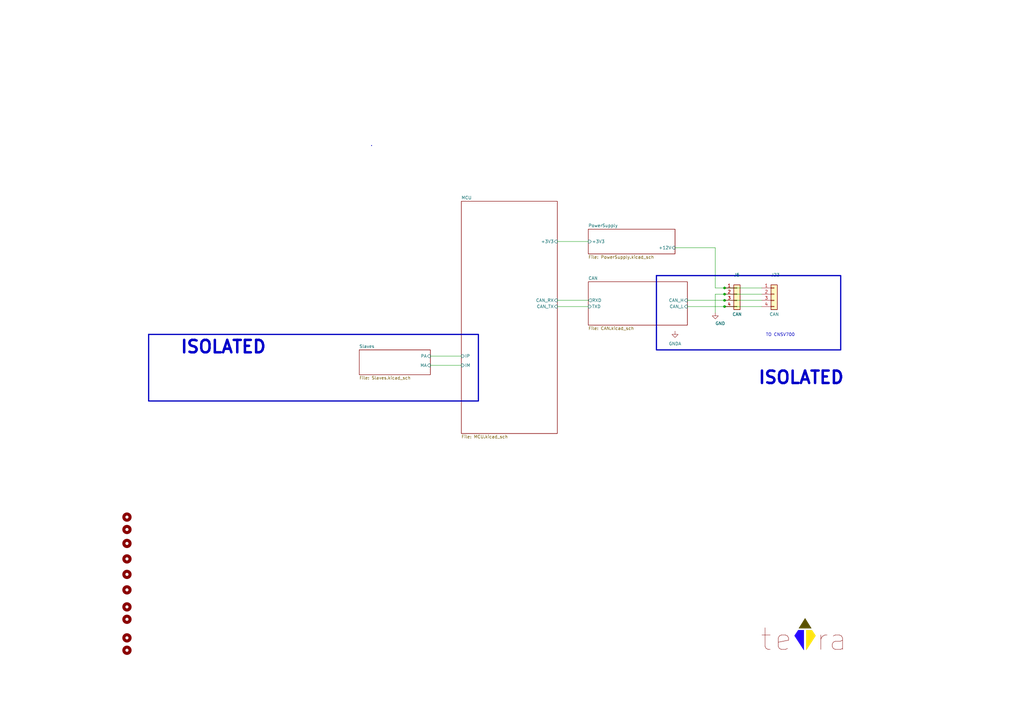
<source format=kicad_sch>
(kicad_sch
	(version 20231120)
	(generator "eeschema")
	(generator_version "8.0")
	(uuid "6a86ff6f-b159-4c4c-8a40-e732cc82e010")
	(paper "A3")
	(title_block
		(title "BMS-Master")
		(date "2024-07-23")
		(rev "V2")
		(company "teTra")
	)
	(lib_symbols
		(symbol "Connector_Generic:Conn_01x04"
			(pin_names
				(offset 1.016) hide)
			(exclude_from_sim no)
			(in_bom yes)
			(on_board yes)
			(property "Reference" "J"
				(at 0 5.08 0)
				(effects
					(font
						(size 1.27 1.27)
					)
				)
			)
			(property "Value" "Conn_01x04"
				(at 0 -7.62 0)
				(effects
					(font
						(size 1.27 1.27)
					)
				)
			)
			(property "Footprint" ""
				(at 0 0 0)
				(effects
					(font
						(size 1.27 1.27)
					)
					(hide yes)
				)
			)
			(property "Datasheet" "~"
				(at 0 0 0)
				(effects
					(font
						(size 1.27 1.27)
					)
					(hide yes)
				)
			)
			(property "Description" "Generic connector, single row, 01x04, script generated (kicad-library-utils/schlib/autogen/connector/)"
				(at 0 0 0)
				(effects
					(font
						(size 1.27 1.27)
					)
					(hide yes)
				)
			)
			(property "ki_keywords" "connector"
				(at 0 0 0)
				(effects
					(font
						(size 1.27 1.27)
					)
					(hide yes)
				)
			)
			(property "ki_fp_filters" "Connector*:*_1x??_*"
				(at 0 0 0)
				(effects
					(font
						(size 1.27 1.27)
					)
					(hide yes)
				)
			)
			(symbol "Conn_01x04_1_1"
				(rectangle
					(start -1.27 -4.953)
					(end 0 -5.207)
					(stroke
						(width 0.1524)
						(type default)
					)
					(fill
						(type none)
					)
				)
				(rectangle
					(start -1.27 -2.413)
					(end 0 -2.667)
					(stroke
						(width 0.1524)
						(type default)
					)
					(fill
						(type none)
					)
				)
				(rectangle
					(start -1.27 0.127)
					(end 0 -0.127)
					(stroke
						(width 0.1524)
						(type default)
					)
					(fill
						(type none)
					)
				)
				(rectangle
					(start -1.27 2.667)
					(end 0 2.413)
					(stroke
						(width 0.1524)
						(type default)
					)
					(fill
						(type none)
					)
				)
				(rectangle
					(start -1.27 3.81)
					(end 1.27 -6.35)
					(stroke
						(width 0.254)
						(type default)
					)
					(fill
						(type background)
					)
				)
				(pin passive line
					(at -5.08 2.54 0)
					(length 3.81)
					(name "Pin_1"
						(effects
							(font
								(size 1.27 1.27)
							)
						)
					)
					(number "1"
						(effects
							(font
								(size 1.27 1.27)
							)
						)
					)
				)
				(pin passive line
					(at -5.08 0 0)
					(length 3.81)
					(name "Pin_2"
						(effects
							(font
								(size 1.27 1.27)
							)
						)
					)
					(number "2"
						(effects
							(font
								(size 1.27 1.27)
							)
						)
					)
				)
				(pin passive line
					(at -5.08 -2.54 0)
					(length 3.81)
					(name "Pin_3"
						(effects
							(font
								(size 1.27 1.27)
							)
						)
					)
					(number "3"
						(effects
							(font
								(size 1.27 1.27)
							)
						)
					)
				)
				(pin passive line
					(at -5.08 -5.08 0)
					(length 3.81)
					(name "Pin_4"
						(effects
							(font
								(size 1.27 1.27)
							)
						)
					)
					(number "4"
						(effects
							(font
								(size 1.27 1.27)
							)
						)
					)
				)
			)
		)
		(symbol "Library:GND"
			(power)
			(pin_names
				(offset 0)
			)
			(exclude_from_sim no)
			(in_bom yes)
			(on_board yes)
			(property "Reference" "#PWR"
				(at 0 -6.35 0)
				(effects
					(font
						(size 1.27 1.27)
					)
					(hide yes)
				)
			)
			(property "Value" "GND"
				(at 0 -3.81 0)
				(effects
					(font
						(size 1.27 1.27)
					)
				)
			)
			(property "Footprint" ""
				(at 0 0 0)
				(effects
					(font
						(size 1.27 1.27)
					)
					(hide yes)
				)
			)
			(property "Datasheet" ""
				(at 0 0 0)
				(effects
					(font
						(size 1.27 1.27)
					)
					(hide yes)
				)
			)
			(property "Description" "Power symbol creates a global label with name \"GND\" , ground"
				(at 0 0 0)
				(effects
					(font
						(size 1.27 1.27)
					)
					(hide yes)
				)
			)
			(property "ki_keywords" "global power"
				(at 0 0 0)
				(effects
					(font
						(size 1.27 1.27)
					)
					(hide yes)
				)
			)
			(symbol "GND_0_1"
				(polyline
					(pts
						(xy 0 0) (xy 0 -1.27) (xy 1.27 -1.27) (xy 0 -2.54) (xy -1.27 -1.27) (xy 0 -1.27)
					)
					(stroke
						(width 0)
						(type default)
					)
					(fill
						(type none)
					)
				)
			)
			(symbol "GND_1_1"
				(pin power_in line
					(at 0 0 270)
					(length 0) hide
					(name "GND"
						(effects
							(font
								(size 1.27 1.27)
							)
						)
					)
					(number "1"
						(effects
							(font
								(size 1.27 1.27)
							)
						)
					)
				)
			)
		)
		(symbol "Library:Logo_Tetra"
			(exclude_from_sim no)
			(in_bom yes)
			(on_board yes)
			(property "Reference" "U"
				(at -0.762 0 0)
				(effects
					(font
						(size 1.27 1.27)
					)
				)
			)
			(property "Value" ""
				(at -0.762 0 0)
				(effects
					(font
						(size 1.27 1.27)
					)
				)
			)
			(property "Footprint" ""
				(at -0.762 0 0)
				(effects
					(font
						(size 1.27 1.27)
					)
					(hide yes)
				)
			)
			(property "Datasheet" ""
				(at -0.762 0 0)
				(effects
					(font
						(size 1.27 1.27)
					)
					(hide yes)
				)
			)
			(property "Description" ""
				(at -0.762 0 0)
				(effects
					(font
						(size 1.27 1.27)
					)
					(hide yes)
				)
			)
			(symbol "Logo_Tetra_1_1"
				(polyline
					(pts
						(xy 0 7.366) (xy -2.54 3.302) (xy 2.54 3.302) (xy 0 7.366)
					)
					(stroke
						(width 0)
						(type default)
						(color 88 80 0 1)
					)
					(fill
						(type color)
						(color 88 80 0 1)
					)
				)
				(polyline
					(pts
						(xy -0.508 2.54) (xy -2.794 2.54) (xy -4.318 0.254) (xy -0.508 -5.588) (xy -0.508 2.54)
					)
					(stroke
						(width 0)
						(type default)
						(color 38 9 255 1)
					)
					(fill
						(type color)
						(color 38 9 255 1)
					)
				)
				(polyline
					(pts
						(xy 0.508 2.54) (xy 2.794 2.54) (xy 4.318 0.254) (xy 0.508 -5.588) (xy 0.508 2.54)
					)
					(stroke
						(width 0)
						(type default)
						(color 255 228 16 1)
					)
					(fill
						(type color)
						(color 255 228 16 1)
					)
				)
				(text "a"
					(at 13.462 -1.27 0)
					(effects
						(font
							(face "KiCad Font")
							(size 8.89 8.89)
						)
					)
				)
				(text "e"
					(at -8.89 -1.27 0)
					(effects
						(font
							(face "KiCad Font")
							(size 8.89 8.89)
						)
					)
				)
				(text "r"
					(at 7.112 -1.27 0)
					(effects
						(font
							(size 8.89 8.89)
						)
					)
				)
				(text "t"
					(at -16.002 -1.27 0)
					(effects
						(font
							(size 8.89 8.89)
						)
					)
				)
			)
		)
		(symbol "Mechanical:MountingHole"
			(pin_names
				(offset 1.016)
			)
			(exclude_from_sim yes)
			(in_bom no)
			(on_board yes)
			(property "Reference" "H"
				(at 0 5.08 0)
				(effects
					(font
						(size 1.27 1.27)
					)
				)
			)
			(property "Value" "MountingHole"
				(at 0 3.175 0)
				(effects
					(font
						(size 1.27 1.27)
					)
				)
			)
			(property "Footprint" ""
				(at 0 0 0)
				(effects
					(font
						(size 1.27 1.27)
					)
					(hide yes)
				)
			)
			(property "Datasheet" "~"
				(at 0 0 0)
				(effects
					(font
						(size 1.27 1.27)
					)
					(hide yes)
				)
			)
			(property "Description" "Mounting Hole without connection"
				(at 0 0 0)
				(effects
					(font
						(size 1.27 1.27)
					)
					(hide yes)
				)
			)
			(property "ki_keywords" "mounting hole"
				(at 0 0 0)
				(effects
					(font
						(size 1.27 1.27)
					)
					(hide yes)
				)
			)
			(property "ki_fp_filters" "MountingHole*"
				(at 0 0 0)
				(effects
					(font
						(size 1.27 1.27)
					)
					(hide yes)
				)
			)
			(symbol "MountingHole_0_1"
				(circle
					(center 0 0)
					(radius 1.27)
					(stroke
						(width 1.27)
						(type default)
					)
					(fill
						(type none)
					)
				)
			)
		)
		(symbol "power:GNDA"
			(power)
			(pin_numbers hide)
			(pin_names
				(offset 0) hide)
			(exclude_from_sim no)
			(in_bom yes)
			(on_board yes)
			(property "Reference" "#PWR"
				(at 0 -6.35 0)
				(effects
					(font
						(size 1.27 1.27)
					)
					(hide yes)
				)
			)
			(property "Value" "GNDA"
				(at 0 -3.81 0)
				(effects
					(font
						(size 1.27 1.27)
					)
				)
			)
			(property "Footprint" ""
				(at 0 0 0)
				(effects
					(font
						(size 1.27 1.27)
					)
					(hide yes)
				)
			)
			(property "Datasheet" ""
				(at 0 0 0)
				(effects
					(font
						(size 1.27 1.27)
					)
					(hide yes)
				)
			)
			(property "Description" "Power symbol creates a global label with name \"GNDA\" , analog ground"
				(at 0 0 0)
				(effects
					(font
						(size 1.27 1.27)
					)
					(hide yes)
				)
			)
			(property "ki_keywords" "global power"
				(at 0 0 0)
				(effects
					(font
						(size 1.27 1.27)
					)
					(hide yes)
				)
			)
			(symbol "GNDA_0_1"
				(polyline
					(pts
						(xy 0 0) (xy 0 -1.27) (xy 1.27 -1.27) (xy 0 -2.54) (xy -1.27 -1.27) (xy 0 -1.27)
					)
					(stroke
						(width 0)
						(type default)
					)
					(fill
						(type none)
					)
				)
			)
			(symbol "GNDA_1_1"
				(pin power_in line
					(at 0 0 270)
					(length 0)
					(name "~"
						(effects
							(font
								(size 1.27 1.27)
							)
						)
					)
					(number "1"
						(effects
							(font
								(size 1.27 1.27)
							)
						)
					)
				)
			)
		)
	)
	(junction
		(at 297.18 123.19)
		(diameter 0)
		(color 0 0 0 0)
		(uuid "1815a980-df43-4522-9f8e-be3d530b4127")
	)
	(junction
		(at 297.18 125.73)
		(diameter 0)
		(color 0 0 0 0)
		(uuid "52d635c3-4a6b-4e2d-b0ef-a95edab346d5")
	)
	(junction
		(at 297.18 120.65)
		(diameter 0)
		(color 0 0 0 0)
		(uuid "56e7cf6a-7807-4865-9ec6-754ab70b3a2c")
	)
	(junction
		(at 297.18 118.11)
		(diameter 0)
		(color 0 0 0 0)
		(uuid "ae9d0e56-3960-43ac-9a5e-7a82e4984649")
	)
	(wire
		(pts
			(xy 176.53 146.05) (xy 189.23 146.05)
		)
		(stroke
			(width 0)
			(type default)
		)
		(uuid "0d31769f-6a99-4532-aeea-d7f0647a7af1")
	)
	(wire
		(pts
			(xy 176.53 149.86) (xy 189.23 149.86)
		)
		(stroke
			(width 0)
			(type default)
		)
		(uuid "1e7f720d-d7bf-4d45-87d3-bc0484d30c54")
	)
	(wire
		(pts
			(xy 228.6 125.73) (xy 241.3 125.73)
		)
		(stroke
			(width 0)
			(type default)
		)
		(uuid "46e88a53-ed75-4660-bc1c-c2b95c9941ac")
	)
	(wire
		(pts
			(xy 281.94 125.73) (xy 297.18 125.73)
		)
		(stroke
			(width 0)
			(type default)
		)
		(uuid "5357218a-a4d2-45ba-bb22-1e1a8aa39d51")
	)
	(wire
		(pts
			(xy 228.6 99.06) (xy 241.3 99.06)
		)
		(stroke
			(width 0)
			(type default)
		)
		(uuid "564eaa5a-c668-48e7-8ea3-684b59fc4b93")
	)
	(wire
		(pts
			(xy 297.18 118.11) (xy 312.42 118.11)
		)
		(stroke
			(width 0)
			(type default)
		)
		(uuid "7693391c-8570-453f-90fd-fbba080dfdd6")
	)
	(wire
		(pts
			(xy 293.37 120.65) (xy 297.18 120.65)
		)
		(stroke
			(width 0)
			(type default)
		)
		(uuid "7b8c4b4e-138c-4a57-9063-721d806b9838")
	)
	(wire
		(pts
			(xy 293.37 120.65) (xy 293.37 128.27)
		)
		(stroke
			(width 0)
			(type default)
		)
		(uuid "927317a1-3d86-4cb3-b46e-d9aa69077681")
	)
	(wire
		(pts
			(xy 297.18 123.19) (xy 312.42 123.19)
		)
		(stroke
			(width 0)
			(type default)
		)
		(uuid "9a09f34e-baa1-4d23-8d74-ddbfb3df2c3a")
	)
	(wire
		(pts
			(xy 281.94 123.19) (xy 297.18 123.19)
		)
		(stroke
			(width 0)
			(type default)
		)
		(uuid "a818bd30-8138-4cda-908e-843677812338")
	)
	(wire
		(pts
			(xy 297.18 120.65) (xy 312.42 120.65)
		)
		(stroke
			(width 0)
			(type default)
		)
		(uuid "a87b788b-6eb7-4a4a-b899-96fbbc348285")
	)
	(wire
		(pts
			(xy 293.37 101.6) (xy 293.37 118.11)
		)
		(stroke
			(width 0)
			(type default)
		)
		(uuid "b47bf97d-1044-4315-ac3d-de5da6033f26")
	)
	(wire
		(pts
			(xy 228.6 123.19) (xy 241.3 123.19)
		)
		(stroke
			(width 0)
			(type default)
		)
		(uuid "bc7dd930-2602-4e2e-93c3-9599f2f9060b")
	)
	(wire
		(pts
			(xy 297.18 125.73) (xy 312.42 125.73)
		)
		(stroke
			(width 0)
			(type default)
		)
		(uuid "c2697cc7-6480-4188-8b86-f5dc49cd13f4")
	)
	(wire
		(pts
			(xy 293.37 118.11) (xy 297.18 118.11)
		)
		(stroke
			(width 0)
			(type default)
		)
		(uuid "e09bf15a-f50d-426b-a5c6-6863ee6f493c")
	)
	(wire
		(pts
			(xy 276.86 101.6) (xy 293.37 101.6)
		)
		(stroke
			(width 0)
			(type default)
		)
		(uuid "fba7112f-68fa-4dce-a705-0f77b8f0daa6")
	)
	(rectangle
		(start 152.4 59.69)
		(end 152.4 59.69)
		(stroke
			(width 0)
			(type default)
		)
		(fill
			(type none)
		)
		(uuid 16ed3026-92db-43e4-94ce-cb9942d539a9)
	)
	(rectangle
		(start 152.4 59.69)
		(end 152.4 59.69)
		(stroke
			(width 0)
			(type default)
		)
		(fill
			(type none)
		)
		(uuid 223aa8e8-e165-46dc-8004-d0f7a65ecba6)
	)
	(rectangle
		(start 152.4 59.69)
		(end 152.4 59.69)
		(stroke
			(width 0)
			(type default)
		)
		(fill
			(type none)
		)
		(uuid 2fcede93-9de7-495d-a723-2d73c73c7b6f)
	)
	(rectangle
		(start 152.4 59.69)
		(end 152.4 59.69)
		(stroke
			(width 0)
			(type default)
		)
		(fill
			(type none)
		)
		(uuid 5fbfa526-c30f-47f6-8144-7f30cec9d859)
	)
	(rectangle
		(start 152.4 59.69)
		(end 152.4 59.69)
		(stroke
			(width 0)
			(type default)
		)
		(fill
			(type none)
		)
		(uuid 6417f53f-a88b-4d4d-99b7-072470c6c0a0)
	)
	(rectangle
		(start 152.4 59.69)
		(end 152.4 59.69)
		(stroke
			(width 0)
			(type default)
		)
		(fill
			(type none)
		)
		(uuid 761ccd63-a067-48de-bb96-f182215cb15d)
	)
	(rectangle
		(start 152.4 59.69)
		(end 152.4 59.69)
		(stroke
			(width 0)
			(type default)
		)
		(fill
			(type none)
		)
		(uuid 7833effb-1ef3-4514-9423-6ce15b0e7601)
	)
	(rectangle
		(start 152.4 59.69)
		(end 152.4 59.69)
		(stroke
			(width 0)
			(type default)
		)
		(fill
			(type none)
		)
		(uuid 84c90483-45a3-4739-b73e-9c011eb5a6b3)
	)
	(rectangle
		(start 152.4 59.69)
		(end 152.4 59.69)
		(stroke
			(width 0)
			(type default)
		)
		(fill
			(type none)
		)
		(uuid a44f9e23-e56b-46ab-98e0-a509f1df9112)
	)
	(rectangle
		(start 152.4 59.69)
		(end 152.4 59.69)
		(stroke
			(width 0)
			(type default)
		)
		(fill
			(type none)
		)
		(uuid a6c3c0d5-36dd-4850-b1a5-9e9d33dbee96)
	)
	(rectangle
		(start 152.4 59.69)
		(end 152.4 59.69)
		(stroke
			(width 0)
			(type default)
		)
		(fill
			(type none)
		)
		(uuid cc05d2e2-b228-431e-bdc0-e0860c04d0cb)
	)
	(rectangle
		(start 269.24 113.03)
		(end 344.805 143.51)
		(stroke
			(width 0.5)
			(type default)
		)
		(fill
			(type none)
		)
		(uuid d1641d51-57d4-43f0-bc53-8f624be3d3a1)
	)
	(rectangle
		(start 152.4 59.69)
		(end 152.4 59.69)
		(stroke
			(width 0)
			(type default)
		)
		(fill
			(type none)
		)
		(uuid d8735071-f685-4511-9a51-ec1dbf78025d)
	)
	(rectangle
		(start 152.4 59.69)
		(end 152.4 59.69)
		(stroke
			(width 0)
			(type default)
		)
		(fill
			(type none)
		)
		(uuid ea6bb95e-e93f-4e24-b732-f58cac2dd5b5)
	)
	(rectangle
		(start 152.4 59.69)
		(end 152.4 59.69)
		(stroke
			(width 0)
			(type default)
		)
		(fill
			(type none)
		)
		(uuid ec13c14f-f372-47c6-8a1b-793204123c6b)
	)
	(rectangle
		(start 60.96 137.16)
		(end 196.215 164.465)
		(stroke
			(width 0.5)
			(type default)
		)
		(fill
			(type none)
		)
		(uuid ecd79333-2b26-4913-bd9c-63cb6b9965e8)
	)
	(rectangle
		(start 152.4 59.69)
		(end 152.4 59.69)
		(stroke
			(width 0)
			(type default)
		)
		(fill
			(type none)
		)
		(uuid ef661221-3ee0-456b-8605-67b88b2feaa8)
	)
	(rectangle
		(start 152.4 59.69)
		(end 152.4 59.69)
		(stroke
			(width 0)
			(type default)
		)
		(fill
			(type none)
		)
		(uuid fd9b1398-e4ca-40d7-b486-76ff1cab045d)
	)
	(text "ISOLATED"
		(exclude_from_sim no)
		(at 73.66 145.415 0)
		(effects
			(font
				(size 5.08 5.08)
				(thickness 1.016)
				(bold yes)
			)
			(justify left bottom)
		)
		(uuid "2f72da79-bdf8-4579-9ed1-a83544662245")
	)
	(text "TO CNSV700"
		(exclude_from_sim no)
		(at 320.04 137.414 0)
		(effects
			(font
				(size 1.27 1.27)
			)
		)
		(uuid "5180fe68-b87a-4be3-9dbe-8d12f762f071")
	)
	(text "ISOLATED"
		(exclude_from_sim no)
		(at 310.642 157.988 0)
		(effects
			(font
				(size 5.08 5.08)
				(thickness 1.016)
				(bold yes)
			)
			(justify left bottom)
		)
		(uuid "ad00bf51-f311-4529-b191-851f619e2a99")
	)
	(symbol
		(lib_id "Mechanical:MountingHole")
		(at 52.07 222.885 180)
		(unit 1)
		(exclude_from_sim yes)
		(in_bom no)
		(on_board yes)
		(dnp no)
		(uuid "14c9baf5-26bb-450a-95bd-8c9a4b49d6a4")
		(property "Reference" "J1"
			(at 54.1528 219.5068 0)
			(effects
				(font
					(size 1.27 1.27)
				)
				(hide yes)
			)
		)
		(property "Value" "Hole /NC"
			(at 54.1528 219.4814 0)
			(effects
				(font
					(size 1.27 1.27)
				)
				(hide yes)
			)
		)
		(property "Footprint" "MountingHole:MountingHole_3.2mm_M3_ISO7380"
			(at 52.07 222.885 0)
			(effects
				(font
					(size 1.27 1.27)
				)
				(hide yes)
			)
		)
		(property "Datasheet" "~"
			(at 52.07 222.885 0)
			(effects
				(font
					(size 1.27 1.27)
				)
				(hide yes)
			)
		)
		(property "Description" "Mounting Hole without connection"
			(at 52.07 222.885 0)
			(effects
				(font
					(size 1.27 1.27)
				)
				(hide yes)
			)
		)
		(property "MPN" "N/A"
			(at 52.07 222.885 0)
			(effects
				(font
					(size 1.27 1.27)
				)
				(hide yes)
			)
		)
		(instances
			(project "LTC6811_ESP32_V1p21"
				(path "/6a86ff6f-b159-4c4c-8a40-e732cc82e010"
					(reference "J1")
					(unit 1)
				)
			)
			(project "LTC6811"
				(path "/c4061cfa-a05d-44c7-ba89-bb211c8b143a"
					(reference "J?")
					(unit 1)
				)
			)
		)
	)
	(symbol
		(lib_id "Mechanical:MountingHole")
		(at 52.07 212.09 180)
		(unit 1)
		(exclude_from_sim yes)
		(in_bom no)
		(on_board yes)
		(dnp no)
		(uuid "222610d3-57f8-48bf-afea-174919c19641")
		(property "Reference" "J20"
			(at 54.1528 208.7118 0)
			(effects
				(font
					(size 1.27 1.27)
				)
				(hide yes)
			)
		)
		(property "Value" "Hole /NC"
			(at 54.1528 208.6864 0)
			(effects
				(font
					(size 1.27 1.27)
				)
				(hide yes)
			)
		)
		(property "Footprint" "MountingHole:MountingHole_3.2mm_M3_ISO7380"
			(at 52.07 212.09 0)
			(effects
				(font
					(size 1.27 1.27)
				)
				(hide yes)
			)
		)
		(property "Datasheet" "~"
			(at 52.07 212.09 0)
			(effects
				(font
					(size 1.27 1.27)
				)
				(hide yes)
			)
		)
		(property "Description" "Mounting Hole without connection"
			(at 52.07 212.09 0)
			(effects
				(font
					(size 1.27 1.27)
				)
				(hide yes)
			)
		)
		(property "MPN" "N/A"
			(at 52.07 212.09 0)
			(effects
				(font
					(size 1.27 1.27)
				)
				(hide yes)
			)
		)
		(instances
			(project "LTC6811_ESP32_V5"
				(path "/6a86ff6f-b159-4c4c-8a40-e732cc82e010"
					(reference "J20")
					(unit 1)
				)
			)
		)
	)
	(symbol
		(lib_id "Mechanical:MountingHole")
		(at 52.07 217.17 180)
		(unit 1)
		(exclude_from_sim yes)
		(in_bom no)
		(on_board yes)
		(dnp no)
		(uuid "38595ddf-3943-40f2-b2ee-affec50ace1d")
		(property "Reference" "J21"
			(at 54.1528 213.7918 0)
			(effects
				(font
					(size 1.27 1.27)
				)
				(hide yes)
			)
		)
		(property "Value" "Hole /NC"
			(at 54.1528 213.7664 0)
			(effects
				(font
					(size 1.27 1.27)
				)
				(hide yes)
			)
		)
		(property "Footprint" "MountingHole:MountingHole_3.2mm_M3_ISO7380"
			(at 52.07 217.17 0)
			(effects
				(font
					(size 1.27 1.27)
				)
				(hide yes)
			)
		)
		(property "Datasheet" "~"
			(at 52.07 217.17 0)
			(effects
				(font
					(size 1.27 1.27)
				)
				(hide yes)
			)
		)
		(property "Description" "Mounting Hole without connection"
			(at 52.07 217.17 0)
			(effects
				(font
					(size 1.27 1.27)
				)
				(hide yes)
			)
		)
		(property "MPN" "N/A"
			(at 52.07 217.17 0)
			(effects
				(font
					(size 1.27 1.27)
				)
				(hide yes)
			)
		)
		(instances
			(project "LTC6811_ESP32_V5"
				(path "/6a86ff6f-b159-4c4c-8a40-e732cc82e010"
					(reference "J21")
					(unit 1)
				)
			)
		)
	)
	(symbol
		(lib_id "Mechanical:MountingHole")
		(at 52.07 266.7 180)
		(unit 1)
		(exclude_from_sim yes)
		(in_bom no)
		(on_board yes)
		(dnp no)
		(uuid "44cb2aad-d60a-43af-b75f-67de6612ac71")
		(property "Reference" "J8"
			(at 54.1528 263.3218 0)
			(effects
				(font
					(size 1.27 1.27)
				)
				(hide yes)
			)
		)
		(property "Value" "Hole /NC"
			(at 54.1528 263.2964 0)
			(effects
				(font
					(size 1.27 1.27)
				)
				(hide yes)
			)
		)
		(property "Footprint" "MountingHole:MountingHole_3.2mm_M3_ISO7380"
			(at 52.07 266.7 0)
			(effects
				(font
					(size 1.27 1.27)
				)
				(hide yes)
			)
		)
		(property "Datasheet" "~"
			(at 52.07 266.7 0)
			(effects
				(font
					(size 1.27 1.27)
				)
				(hide yes)
			)
		)
		(property "Description" "Mounting Hole without connection"
			(at 52.07 266.7 0)
			(effects
				(font
					(size 1.27 1.27)
				)
				(hide yes)
			)
		)
		(property "MPN" "N/A"
			(at 52.07 266.7 0)
			(effects
				(font
					(size 1.27 1.27)
				)
				(hide yes)
			)
		)
		(instances
			(project "LTC6811_ESP32_V3"
				(path "/6a86ff6f-b159-4c4c-8a40-e732cc82e010"
					(reference "J8")
					(unit 1)
				)
			)
		)
	)
	(symbol
		(lib_id "Library:GND")
		(at 293.37 128.27 0)
		(unit 1)
		(exclude_from_sim no)
		(in_bom yes)
		(on_board yes)
		(dnp no)
		(uuid "4de6c470-6bc2-4d83-9cc4-feed8a7e9536")
		(property "Reference" "#PWR09"
			(at 293.37 134.62 0)
			(effects
				(font
					(size 1.27 1.27)
				)
				(hide yes)
			)
		)
		(property "Value" "GND"
			(at 295.402 132.6642 0)
			(effects
				(font
					(size 1.27 1.27)
				)
			)
		)
		(property "Footprint" ""
			(at 293.37 128.27 0)
			(effects
				(font
					(size 1.27 1.27)
				)
				(hide yes)
			)
		)
		(property "Datasheet" ""
			(at 293.37 128.27 0)
			(effects
				(font
					(size 1.27 1.27)
				)
				(hide yes)
			)
		)
		(property "Description" ""
			(at 293.37 128.27 0)
			(effects
				(font
					(size 1.27 1.27)
				)
				(hide yes)
			)
		)
		(pin "1"
			(uuid "49a318ba-d78f-4aab-87df-8a0ee86ec453")
		)
		(instances
			(project "LTC6811_ESP32_V4"
				(path "/6a86ff6f-b159-4c4c-8a40-e732cc82e010"
					(reference "#PWR09")
					(unit 1)
				)
			)
		)
	)
	(symbol
		(lib_id "Connector_Generic:Conn_01x04")
		(at 317.5 120.65 0)
		(unit 1)
		(exclude_from_sim no)
		(in_bom yes)
		(on_board yes)
		(dnp no)
		(uuid "6147c463-de4c-4027-8ec7-13df34ffe6f7")
		(property "Reference" "J23"
			(at 316.23 112.776 0)
			(effects
				(font
					(size 1.27 1.27)
				)
				(justify left)
			)
		)
		(property "Value" "CAN"
			(at 315.595 128.905 0)
			(effects
				(font
					(size 1.27 1.27)
				)
				(justify left)
			)
		)
		(property "Footprint" "Connector_JST:JST_XH_B4B-XH-A_1x04_P2.50mm_Vertical"
			(at 317.5 120.65 0)
			(effects
				(font
					(size 1.27 1.27)
				)
				(hide yes)
			)
		)
		(property "Datasheet" "chrome-extension://efaidnbmnnnibpcajpcglclefindmkaj/https://www.jst-mfg.com/product/pdf/eng/eXH.pdf"
			(at 317.5 120.65 0)
			(effects
				(font
					(size 1.27 1.27)
				)
				(hide yes)
			)
		)
		(property "Description" "Connector Header Through Hole 4 position 0.098\" (2.50mm)"
			(at 317.5 120.65 0)
			(effects
				(font
					(size 1.27 1.27)
				)
				(hide yes)
			)
		)
		(property "Link" "https://www.digikey.jp/en/products/detail/jst-sales-america-inc/B4B-XH-A/1651047"
			(at 317.5 120.65 0)
			(effects
				(font
					(size 1.27 1.27)
				)
				(hide yes)
			)
		)
		(property "MPN" "B4B-XH-A"
			(at 317.5 120.65 0)
			(effects
				(font
					(size 1.27 1.27)
				)
				(hide yes)
			)
		)
		(pin "1"
			(uuid "c0d9ce63-6f6e-4df2-8b1e-5c11f5e71fb7")
		)
		(pin "2"
			(uuid "11d73ab8-f703-42bd-8541-9ef48012c1e9")
		)
		(pin "3"
			(uuid "9e676ca2-2be6-4e9f-ad30-b8a48a0897ab")
		)
		(pin "4"
			(uuid "ffe29c01-4de7-4b7d-b7d2-b7afaee089f4")
		)
		(instances
			(project "LTC6811_ESP32_V5"
				(path "/6a86ff6f-b159-4c4c-8a40-e732cc82e010"
					(reference "J23")
					(unit 1)
				)
			)
		)
	)
	(symbol
		(lib_id "Mechanical:MountingHole")
		(at 52.07 229.235 180)
		(unit 1)
		(exclude_from_sim yes)
		(in_bom no)
		(on_board yes)
		(dnp no)
		(uuid "8a2e89e0-4d88-47d1-9c9d-dd4806326183")
		(property "Reference" "J2"
			(at 54.1528 225.8568 0)
			(effects
				(font
					(size 1.27 1.27)
				)
				(hide yes)
			)
		)
		(property "Value" "Hole /NC"
			(at 54.1528 225.8314 0)
			(effects
				(font
					(size 1.27 1.27)
				)
				(hide yes)
			)
		)
		(property "Footprint" "MountingHole:MountingHole_3.2mm_M3_ISO7380"
			(at 52.07 229.235 0)
			(effects
				(font
					(size 1.27 1.27)
				)
				(hide yes)
			)
		)
		(property "Datasheet" "~"
			(at 52.07 229.235 0)
			(effects
				(font
					(size 1.27 1.27)
				)
				(hide yes)
			)
		)
		(property "Description" "Mounting Hole without connection"
			(at 52.07 229.235 0)
			(effects
				(font
					(size 1.27 1.27)
				)
				(hide yes)
			)
		)
		(property "MPN" "N/A"
			(at 52.07 229.235 0)
			(effects
				(font
					(size 1.27 1.27)
				)
				(hide yes)
			)
		)
		(instances
			(project "LTC6811_ESP32_V1p21"
				(path "/6a86ff6f-b159-4c4c-8a40-e732cc82e010"
					(reference "J2")
					(unit 1)
				)
			)
			(project "LTC6811"
				(path "/c4061cfa-a05d-44c7-ba89-bb211c8b143a"
					(reference "J?")
					(unit 1)
				)
			)
		)
	)
	(symbol
		(lib_id "Mechanical:MountingHole")
		(at 52.07 235.585 180)
		(unit 1)
		(exclude_from_sim yes)
		(in_bom no)
		(on_board yes)
		(dnp no)
		(uuid "8bb2778d-bd02-4535-aa6e-74bedd04d6ad")
		(property "Reference" "J3"
			(at 54.1528 232.2068 0)
			(effects
				(font
					(size 1.27 1.27)
				)
				(hide yes)
			)
		)
		(property "Value" "Hole /NC"
			(at 54.1528 232.1814 0)
			(effects
				(font
					(size 1.27 1.27)
				)
				(hide yes)
			)
		)
		(property "Footprint" "MountingHole:MountingHole_3.2mm_M3_ISO7380"
			(at 52.07 235.585 0)
			(effects
				(font
					(size 1.27 1.27)
				)
				(hide yes)
			)
		)
		(property "Datasheet" "~"
			(at 52.07 235.585 0)
			(effects
				(font
					(size 1.27 1.27)
				)
				(hide yes)
			)
		)
		(property "Description" "Mounting Hole without connection"
			(at 52.07 235.585 0)
			(effects
				(font
					(size 1.27 1.27)
				)
				(hide yes)
			)
		)
		(property "MPN" "N/A"
			(at 52.07 235.585 0)
			(effects
				(font
					(size 1.27 1.27)
				)
				(hide yes)
			)
		)
		(instances
			(project "LTC6811_ESP32_V1p21"
				(path "/6a86ff6f-b159-4c4c-8a40-e732cc82e010"
					(reference "J3")
					(unit 1)
				)
			)
			(project "LTC6811"
				(path "/c4061cfa-a05d-44c7-ba89-bb211c8b143a"
					(reference "J?")
					(unit 1)
				)
			)
		)
	)
	(symbol
		(lib_id "Mechanical:MountingHole")
		(at 52.07 241.935 180)
		(unit 1)
		(exclude_from_sim yes)
		(in_bom no)
		(on_board yes)
		(dnp no)
		(uuid "92debd96-33ac-4027-b04a-6747f6db4290")
		(property "Reference" "J4"
			(at 54.1528 238.5568 0)
			(effects
				(font
					(size 1.27 1.27)
				)
				(hide yes)
			)
		)
		(property "Value" "Hole /NC"
			(at 54.1528 238.5314 0)
			(effects
				(font
					(size 1.27 1.27)
				)
				(hide yes)
			)
		)
		(property "Footprint" "MountingHole:MountingHole_3.2mm_M3_ISO7380"
			(at 52.07 241.935 0)
			(effects
				(font
					(size 1.27 1.27)
				)
				(hide yes)
			)
		)
		(property "Datasheet" "~"
			(at 52.07 241.935 0)
			(effects
				(font
					(size 1.27 1.27)
				)
				(hide yes)
			)
		)
		(property "Description" "Mounting Hole without connection"
			(at 52.07 241.935 0)
			(effects
				(font
					(size 1.27 1.27)
				)
				(hide yes)
			)
		)
		(property "MPN" "N/A"
			(at 52.07 241.935 0)
			(effects
				(font
					(size 1.27 1.27)
				)
				(hide yes)
			)
		)
		(instances
			(project "LTC6811_ESP32_V1p21"
				(path "/6a86ff6f-b159-4c4c-8a40-e732cc82e010"
					(reference "J4")
					(unit 1)
				)
			)
			(project "LTC6811"
				(path "/c4061cfa-a05d-44c7-ba89-bb211c8b143a"
					(reference "J?")
					(unit 1)
				)
			)
		)
	)
	(symbol
		(lib_id "Mechanical:MountingHole")
		(at 52.07 261.62 180)
		(unit 1)
		(exclude_from_sim yes)
		(in_bom no)
		(on_board yes)
		(dnp no)
		(uuid "a378b476-f0bf-47f9-b669-3c03e66dcadb")
		(property "Reference" "J18"
			(at 54.1528 258.2418 0)
			(effects
				(font
					(size 1.27 1.27)
				)
				(hide yes)
			)
		)
		(property "Value" "Hole /NC"
			(at 54.1528 258.2164 0)
			(effects
				(font
					(size 1.27 1.27)
				)
				(hide yes)
			)
		)
		(property "Footprint" "MountingHole:MountingHole_3.2mm_M3_ISO7380"
			(at 52.07 261.62 0)
			(effects
				(font
					(size 1.27 1.27)
				)
				(hide yes)
			)
		)
		(property "Datasheet" "~"
			(at 52.07 261.62 0)
			(effects
				(font
					(size 1.27 1.27)
				)
				(hide yes)
			)
		)
		(property "Description" "Mounting Hole without connection"
			(at 52.07 261.62 0)
			(effects
				(font
					(size 1.27 1.27)
				)
				(hide yes)
			)
		)
		(property "MPN" "N/A"
			(at 52.07 261.62 0)
			(effects
				(font
					(size 1.27 1.27)
				)
				(hide yes)
			)
		)
		(instances
			(project "LTC6811_ESP32_V2"
				(path "/6a86ff6f-b159-4c4c-8a40-e732cc82e010"
					(reference "J18")
					(unit 1)
				)
			)
		)
	)
	(symbol
		(lib_id "Mechanical:MountingHole")
		(at 52.07 248.92 180)
		(unit 1)
		(exclude_from_sim yes)
		(in_bom no)
		(on_board yes)
		(dnp no)
		(uuid "c382732d-7928-48e5-9a21-32523eed2fdc")
		(property "Reference" "J19"
			(at 54.1528 245.5418 0)
			(effects
				(font
					(size 1.27 1.27)
				)
				(hide yes)
			)
		)
		(property "Value" "Hole /NC"
			(at 54.1528 245.5164 0)
			(effects
				(font
					(size 1.27 1.27)
				)
				(hide yes)
			)
		)
		(property "Footprint" "MountingHole:MountingHole_3.2mm_M3_ISO7380"
			(at 52.07 248.92 0)
			(effects
				(font
					(size 1.27 1.27)
				)
				(hide yes)
			)
		)
		(property "Datasheet" "~"
			(at 52.07 248.92 0)
			(effects
				(font
					(size 1.27 1.27)
				)
				(hide yes)
			)
		)
		(property "Description" "Mounting Hole without connection"
			(at 52.07 248.92 0)
			(effects
				(font
					(size 1.27 1.27)
				)
				(hide yes)
			)
		)
		(property "MPN" "N/A"
			(at 52.07 248.92 0)
			(effects
				(font
					(size 1.27 1.27)
				)
				(hide yes)
			)
		)
		(instances
			(project "LTC6811_ESP32_V2"
				(path "/6a86ff6f-b159-4c4c-8a40-e732cc82e010"
					(reference "J19")
					(unit 1)
				)
			)
		)
	)
	(symbol
		(lib_id "Connector_Generic:Conn_01x04")
		(at 302.26 120.65 0)
		(unit 1)
		(exclude_from_sim no)
		(in_bom yes)
		(on_board yes)
		(dnp no)
		(uuid "dfa3421d-f1bc-4f8a-9f76-d385d7166dae")
		(property "Reference" "J5"
			(at 300.99 112.776 0)
			(effects
				(font
					(size 1.27 1.27)
				)
				(justify left)
			)
		)
		(property "Value" "CAN"
			(at 300.355 128.905 0)
			(effects
				(font
					(size 1.27 1.27)
				)
				(justify left)
			)
		)
		(property "Footprint" "Connector_JST:JST_XH_B4B-XH-A_1x04_P2.50mm_Vertical"
			(at 302.26 120.65 0)
			(effects
				(font
					(size 1.27 1.27)
				)
				(hide yes)
			)
		)
		(property "Datasheet" "chrome-extension://efaidnbmnnnibpcajpcglclefindmkaj/https://www.jst-mfg.com/product/pdf/eng/eXH.pdf"
			(at 302.26 120.65 0)
			(effects
				(font
					(size 1.27 1.27)
				)
				(hide yes)
			)
		)
		(property "Description" "Connector Header Through Hole 4 position 0.098\" (2.50mm)"
			(at 302.26 120.65 0)
			(effects
				(font
					(size 1.27 1.27)
				)
				(hide yes)
			)
		)
		(property "Link" "https://www.digikey.jp/en/products/detail/jst-sales-america-inc/B4B-XH-A/1651047"
			(at 302.26 120.65 0)
			(effects
				(font
					(size 1.27 1.27)
				)
				(hide yes)
			)
		)
		(property "MPN" "B4B-XH-A"
			(at 302.26 120.65 0)
			(effects
				(font
					(size 1.27 1.27)
				)
				(hide yes)
			)
		)
		(pin "1"
			(uuid "f76bcf01-8ff2-4de4-82eb-e304954d7389")
		)
		(pin "2"
			(uuid "f771fc59-f187-4166-b847-69c9d3e15f99")
		)
		(pin "3"
			(uuid "4428bf24-1201-47c2-ab28-ddef0301aaf6")
		)
		(pin "4"
			(uuid "8097647d-0e20-447c-a41a-8b4f28721bd1")
		)
		(instances
			(project "LTC6811_ESP32_V1p21"
				(path "/6a86ff6f-b159-4c4c-8a40-e732cc82e010"
					(reference "J5")
					(unit 1)
				)
			)
			(project "L9963E+ESP32"
				(path "/e9bba7f0-c10d-45df-9f8e-74901087917a"
					(reference "J?")
					(unit 1)
				)
			)
		)
	)
	(symbol
		(lib_id "power:GNDA")
		(at 276.86 135.89 0)
		(unit 1)
		(exclude_from_sim no)
		(in_bom yes)
		(on_board yes)
		(dnp no)
		(fields_autoplaced yes)
		(uuid "ebfe08d9-b7bd-447a-9d56-51c288812cc7")
		(property "Reference" "#PWR038"
			(at 276.86 142.24 0)
			(effects
				(font
					(size 1.27 1.27)
				)
				(hide yes)
			)
		)
		(property "Value" "GNDA"
			(at 276.86 140.97 0)
			(effects
				(font
					(size 1.27 1.27)
				)
			)
		)
		(property "Footprint" ""
			(at 276.86 135.89 0)
			(effects
				(font
					(size 1.27 1.27)
				)
				(hide yes)
			)
		)
		(property "Datasheet" ""
			(at 276.86 135.89 0)
			(effects
				(font
					(size 1.27 1.27)
				)
				(hide yes)
			)
		)
		(property "Description" "Power symbol creates a global label with name \"GNDA\" , analog ground"
			(at 276.86 135.89 0)
			(effects
				(font
					(size 1.27 1.27)
				)
				(hide yes)
			)
		)
		(pin "1"
			(uuid "aef368a1-852d-4b02-a67b-13c508e15dc5")
		)
		(instances
			(project ""
				(path "/6a86ff6f-b159-4c4c-8a40-e732cc82e010"
					(reference "#PWR038")
					(unit 1)
				)
			)
		)
	)
	(symbol
		(lib_id "Library:Logo_Tetra")
		(at 330.2 260.985 0)
		(unit 1)
		(exclude_from_sim no)
		(in_bom no)
		(on_board yes)
		(dnp no)
		(fields_autoplaced yes)
		(uuid "fa65b393-8ebe-4854-9176-2af361d7981a")
		(property "Reference" "LOGO1"
			(at 337.947 252.222 0)
			(effects
				(font
					(size 1.27 1.27)
				)
				(hide yes)
			)
		)
		(property "Value" "teTra /NC"
			(at 330.454 253.111 0)
			(effects
				(font
					(size 1.27 1.27)
				)
				(hide yes)
			)
		)
		(property "Footprint" "Symbol:teTra-LOGO"
			(at 329.438 260.985 0)
			(effects
				(font
					(size 1.27 1.27)
				)
				(hide yes)
			)
		)
		(property "Datasheet" ""
			(at 329.438 260.985 0)
			(effects
				(font
					(size 1.27 1.27)
				)
				(hide yes)
			)
		)
		(property "Description" ""
			(at 329.438 260.985 0)
			(effects
				(font
					(size 1.27 1.27)
				)
				(hide yes)
			)
		)
		(instances
			(project "LTC6811_ESP32_V1p21"
				(path "/6a86ff6f-b159-4c4c-8a40-e732cc82e010"
					(reference "LOGO1")
					(unit 1)
				)
			)
		)
	)
	(symbol
		(lib_id "Mechanical:MountingHole")
		(at 52.07 254 180)
		(unit 1)
		(exclude_from_sim yes)
		(in_bom no)
		(on_board yes)
		(dnp no)
		(uuid "ff8fb70a-77fe-4637-b621-4e73ed43bb01")
		(property "Reference" "J7"
			(at 54.1528 250.6218 0)
			(effects
				(font
					(size 1.27 1.27)
				)
				(hide yes)
			)
		)
		(property "Value" "Hole /NC"
			(at 54.1528 250.5964 0)
			(effects
				(font
					(size 1.27 1.27)
				)
				(hide yes)
			)
		)
		(property "Footprint" "MountingHole:MountingHole_3.2mm_M3_ISO7380"
			(at 52.07 254 0)
			(effects
				(font
					(size 1.27 1.27)
				)
				(hide yes)
			)
		)
		(property "Datasheet" "~"
			(at 52.07 254 0)
			(effects
				(font
					(size 1.27 1.27)
				)
				(hide yes)
			)
		)
		(property "Description" "Mounting Hole without connection"
			(at 52.07 254 0)
			(effects
				(font
					(size 1.27 1.27)
				)
				(hide yes)
			)
		)
		(property "MPN" "N/A"
			(at 52.07 254 0)
			(effects
				(font
					(size 1.27 1.27)
				)
				(hide yes)
			)
		)
		(instances
			(project "LTC6811_ESP32_V2"
				(path "/6a86ff6f-b159-4c4c-8a40-e732cc82e010"
					(reference "J7")
					(unit 1)
				)
			)
		)
	)
	(sheet
		(at 241.3 115.57)
		(size 40.64 17.78)
		(fields_autoplaced yes)
		(stroke
			(width 0)
			(type solid)
		)
		(fill
			(color 0 0 0 0.0000)
		)
		(uuid "00000000-0000-0000-0000-00005a91e16c")
		(property "Sheetname" "CAN"
			(at 241.3 114.8584 0)
			(effects
				(font
					(size 1.27 1.27)
				)
				(justify left bottom)
			)
		)
		(property "Sheetfile" "CAN.kicad_sch"
			(at 241.3 133.9346 0)
			(effects
				(font
					(size 1.27 1.27)
				)
				(justify left top)
			)
		)
		(pin "RXD" output
			(at 241.3 123.19 180)
			(effects
				(font
					(size 1.27 1.27)
				)
				(justify left)
			)
			(uuid "e7c02fdc-da22-4866-ac26-2eac3a7cf0ac")
		)
		(pin "TXD" input
			(at 241.3 125.73 180)
			(effects
				(font
					(size 1.27 1.27)
				)
				(justify left)
			)
			(uuid "43930b09-b929-4bb1-977f-413e25e60f62")
		)
		(pin "CAN_H" input
			(at 281.94 123.19 0)
			(effects
				(font
					(size 1.27 1.27)
				)
				(justify right)
			)
			(uuid "f4ed73d6-3b71-4a9e-9a60-4b018d11ecb2")
		)
		(pin "CAN_L" input
			(at 281.94 125.73 0)
			(effects
				(font
					(size 1.27 1.27)
				)
				(justify right)
			)
			(uuid "3e716b15-9d28-46fd-9dc3-c5bff9ce31b2")
		)
		(instances
			(project "LTC6811_ESP32_V5"
				(path "/6a86ff6f-b159-4c4c-8a40-e732cc82e010"
					(page "5")
				)
			)
		)
	)
	(sheet
		(at 189.23 82.55)
		(size 39.37 95.25)
		(fields_autoplaced yes)
		(stroke
			(width 0)
			(type solid)
		)
		(fill
			(color 0 0 0 0.0000)
		)
		(uuid "00000000-0000-0000-0000-00005ab72d4d")
		(property "Sheetname" "MCU"
			(at 189.23 81.8384 0)
			(effects
				(font
					(size 1.27 1.27)
				)
				(justify left bottom)
			)
		)
		(property "Sheetfile" "MCU.kicad_sch"
			(at 189.23 178.3846 0)
			(effects
				(font
					(size 1.27 1.27)
				)
				(justify left top)
			)
		)
		(pin "CAN_RX" input
			(at 228.6 123.19 0)
			(effects
				(font
					(size 1.27 1.27)
				)
				(justify right)
			)
			(uuid "d1826ec9-7344-48ad-b778-b6009e5bc8bd")
		)
		(pin "CAN_TX" input
			(at 228.6 125.73 0)
			(effects
				(font
					(size 1.27 1.27)
				)
				(justify right)
			)
			(uuid "6f79f6be-c76f-425b-a542-e6d60e8fa403")
		)
		(pin "+3V3" input
			(at 228.6 99.06 0)
			(effects
				(font
					(size 1.27 1.27)
				)
				(justify right)
			)
			(uuid "82fbfbb5-ea53-4cdd-8007-f46a8d4dc305")
		)
		(pin "IM" input
			(at 189.23 149.86 180)
			(effects
				(font
					(size 1.27 1.27)
				)
				(justify left)
			)
			(uuid "7bc0602b-6d2a-4033-b266-d1b8840b783b")
		)
		(pin "IP" input
			(at 189.23 146.05 180)
			(effects
				(font
					(size 1.27 1.27)
				)
				(justify left)
			)
			(uuid "92ddacdc-7d72-4557-af52-f1bceb8c0472")
		)
		(instances
			(project "LTC6811_ESP32_V5"
				(path "/6a86ff6f-b159-4c4c-8a40-e732cc82e010"
					(page "4")
				)
			)
		)
	)
	(sheet
		(at 241.3 93.98)
		(size 35.56 10.16)
		(fields_autoplaced yes)
		(stroke
			(width 0)
			(type solid)
		)
		(fill
			(color 0 0 0 0.0000)
		)
		(uuid "00000000-0000-0000-0000-00005ac18063")
		(property "Sheetname" "PowerSupply"
			(at 241.3 93.2684 0)
			(effects
				(font
					(size 1.27 1.27)
				)
				(justify left bottom)
			)
		)
		(property "Sheetfile" "PowerSupply.kicad_sch"
			(at 241.3 104.7246 0)
			(effects
				(font
					(size 1.27 1.27)
				)
				(justify left top)
			)
		)
		(pin "+3V3" input
			(at 241.3 99.06 180)
			(effects
				(font
					(size 1.27 1.27)
				)
				(justify left)
			)
			(uuid "c9189066-8e08-4224-b150-4d917bf7f531")
		)
		(pin "+12V" input
			(at 276.86 101.6 0)
			(effects
				(font
					(size 1.27 1.27)
				)
				(justify right)
			)
			(uuid "c17cdff5-e6cd-47e1-8e04-5275646d60c4")
		)
		(instances
			(project "LTC6811_ESP32_V5"
				(path "/6a86ff6f-b159-4c4c-8a40-e732cc82e010"
					(page "3")
				)
			)
		)
	)
	(sheet
		(at 147.32 143.51)
		(size 29.21 10.16)
		(fields_autoplaced yes)
		(stroke
			(width 0.1524)
			(type solid)
		)
		(fill
			(color 0 0 0 0.0000)
		)
		(uuid "6b51f869-3fd5-42f9-b3ca-66a1d105433e")
		(property "Sheetname" "Slaves"
			(at 147.32 142.7984 0)
			(effects
				(font
					(size 1.27 1.27)
				)
				(justify left bottom)
			)
		)
		(property "Sheetfile" "Slaves.kicad_sch"
			(at 147.32 154.2546 0)
			(effects
				(font
					(size 1.27 1.27)
				)
				(justify left top)
			)
		)
		(pin "PA" input
			(at 176.53 146.05 0)
			(effects
				(font
					(size 1.27 1.27)
				)
				(justify right)
			)
			(uuid "071d8036-134c-4648-a801-6ea9887f2eaa")
		)
		(pin "MA" input
			(at 176.53 149.86 0)
			(effects
				(font
					(size 1.27 1.27)
				)
				(justify right)
			)
			(uuid "70b8841f-43f9-4653-906b-2966be852cc8")
		)
		(instances
			(project "LTC6811_ESP32_V5"
				(path "/6a86ff6f-b159-4c4c-8a40-e732cc82e010"
					(page "6")
				)
			)
		)
	)
	(sheet_instances
		(path "/"
			(page "1")
		)
	)
)

</source>
